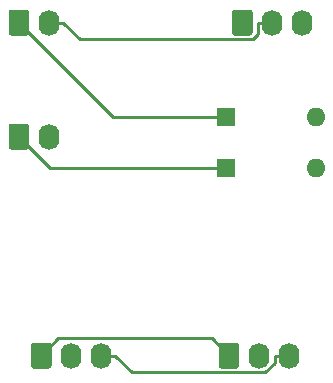
<source format=gbr>
G04 #@! TF.GenerationSoftware,KiCad,Pcbnew,(5.1.5-0-10_14)*
G04 #@! TF.CreationDate,2021-03-15T05:53:21+10:00*
G04 #@! TF.ProjectId,OH - Left Console - 8 - LOX Indicator,4f48202d-204c-4656-9674-20436f6e736f,rev?*
G04 #@! TF.SameCoordinates,Original*
G04 #@! TF.FileFunction,Copper,L1,Top*
G04 #@! TF.FilePolarity,Positive*
%FSLAX46Y46*%
G04 Gerber Fmt 4.6, Leading zero omitted, Abs format (unit mm)*
G04 Created by KiCad (PCBNEW (5.1.5-0-10_14)) date 2021-03-15 05:53:21*
%MOMM*%
%LPD*%
G04 APERTURE LIST*
%ADD10O,1.740000X2.200000*%
%ADD11C,0.100000*%
%ADD12O,1.600000X1.600000*%
%ADD13R,1.600000X1.600000*%
%ADD14C,0.250000*%
G04 APERTURE END LIST*
D10*
X131953000Y-95123000D03*
G04 #@! TA.AperFunction,ComponentPad*
D11*
G36*
X130057505Y-94024204D02*
G01*
X130081773Y-94027804D01*
X130105572Y-94033765D01*
X130128671Y-94042030D01*
X130150850Y-94052520D01*
X130171893Y-94065132D01*
X130191599Y-94079747D01*
X130209777Y-94096223D01*
X130226253Y-94114401D01*
X130240868Y-94134107D01*
X130253480Y-94155150D01*
X130263970Y-94177329D01*
X130272235Y-94200428D01*
X130278196Y-94224227D01*
X130281796Y-94248495D01*
X130283000Y-94272999D01*
X130283000Y-95973001D01*
X130281796Y-95997505D01*
X130278196Y-96021773D01*
X130272235Y-96045572D01*
X130263970Y-96068671D01*
X130253480Y-96090850D01*
X130240868Y-96111893D01*
X130226253Y-96131599D01*
X130209777Y-96149777D01*
X130191599Y-96166253D01*
X130171893Y-96180868D01*
X130150850Y-96193480D01*
X130128671Y-96203970D01*
X130105572Y-96212235D01*
X130081773Y-96218196D01*
X130057505Y-96221796D01*
X130033001Y-96223000D01*
X128792999Y-96223000D01*
X128768495Y-96221796D01*
X128744227Y-96218196D01*
X128720428Y-96212235D01*
X128697329Y-96203970D01*
X128675150Y-96193480D01*
X128654107Y-96180868D01*
X128634401Y-96166253D01*
X128616223Y-96149777D01*
X128599747Y-96131599D01*
X128585132Y-96111893D01*
X128572520Y-96090850D01*
X128562030Y-96068671D01*
X128553765Y-96045572D01*
X128547804Y-96021773D01*
X128544204Y-95997505D01*
X128543000Y-95973001D01*
X128543000Y-94272999D01*
X128544204Y-94248495D01*
X128547804Y-94224227D01*
X128553765Y-94200428D01*
X128562030Y-94177329D01*
X128572520Y-94155150D01*
X128585132Y-94134107D01*
X128599747Y-94114401D01*
X128616223Y-94096223D01*
X128634401Y-94079747D01*
X128654107Y-94065132D01*
X128675150Y-94052520D01*
X128697329Y-94042030D01*
X128720428Y-94033765D01*
X128744227Y-94027804D01*
X128768495Y-94024204D01*
X128792999Y-94023000D01*
X130033001Y-94023000D01*
X130057505Y-94024204D01*
G37*
G04 #@! TD.AperFunction*
D10*
X131953000Y-85471000D03*
G04 #@! TA.AperFunction,ComponentPad*
D11*
G36*
X130057505Y-84372204D02*
G01*
X130081773Y-84375804D01*
X130105572Y-84381765D01*
X130128671Y-84390030D01*
X130150850Y-84400520D01*
X130171893Y-84413132D01*
X130191599Y-84427747D01*
X130209777Y-84444223D01*
X130226253Y-84462401D01*
X130240868Y-84482107D01*
X130253480Y-84503150D01*
X130263970Y-84525329D01*
X130272235Y-84548428D01*
X130278196Y-84572227D01*
X130281796Y-84596495D01*
X130283000Y-84620999D01*
X130283000Y-86321001D01*
X130281796Y-86345505D01*
X130278196Y-86369773D01*
X130272235Y-86393572D01*
X130263970Y-86416671D01*
X130253480Y-86438850D01*
X130240868Y-86459893D01*
X130226253Y-86479599D01*
X130209777Y-86497777D01*
X130191599Y-86514253D01*
X130171893Y-86528868D01*
X130150850Y-86541480D01*
X130128671Y-86551970D01*
X130105572Y-86560235D01*
X130081773Y-86566196D01*
X130057505Y-86569796D01*
X130033001Y-86571000D01*
X128792999Y-86571000D01*
X128768495Y-86569796D01*
X128744227Y-86566196D01*
X128720428Y-86560235D01*
X128697329Y-86551970D01*
X128675150Y-86541480D01*
X128654107Y-86528868D01*
X128634401Y-86514253D01*
X128616223Y-86497777D01*
X128599747Y-86479599D01*
X128585132Y-86459893D01*
X128572520Y-86438850D01*
X128562030Y-86416671D01*
X128553765Y-86393572D01*
X128547804Y-86369773D01*
X128544204Y-86345505D01*
X128543000Y-86321001D01*
X128543000Y-84620999D01*
X128544204Y-84596495D01*
X128547804Y-84572227D01*
X128553765Y-84548428D01*
X128562030Y-84525329D01*
X128572520Y-84503150D01*
X128585132Y-84482107D01*
X128599747Y-84462401D01*
X128616223Y-84444223D01*
X128634401Y-84427747D01*
X128654107Y-84413132D01*
X128675150Y-84400520D01*
X128697329Y-84390030D01*
X128720428Y-84381765D01*
X128744227Y-84375804D01*
X128768495Y-84372204D01*
X128792999Y-84371000D01*
X130033001Y-84371000D01*
X130057505Y-84372204D01*
G37*
G04 #@! TD.AperFunction*
D10*
X152273000Y-113665000D03*
X149733000Y-113665000D03*
G04 #@! TA.AperFunction,ComponentPad*
D11*
G36*
X147837505Y-112566204D02*
G01*
X147861773Y-112569804D01*
X147885572Y-112575765D01*
X147908671Y-112584030D01*
X147930850Y-112594520D01*
X147951893Y-112607132D01*
X147971599Y-112621747D01*
X147989777Y-112638223D01*
X148006253Y-112656401D01*
X148020868Y-112676107D01*
X148033480Y-112697150D01*
X148043970Y-112719329D01*
X148052235Y-112742428D01*
X148058196Y-112766227D01*
X148061796Y-112790495D01*
X148063000Y-112814999D01*
X148063000Y-114515001D01*
X148061796Y-114539505D01*
X148058196Y-114563773D01*
X148052235Y-114587572D01*
X148043970Y-114610671D01*
X148033480Y-114632850D01*
X148020868Y-114653893D01*
X148006253Y-114673599D01*
X147989777Y-114691777D01*
X147971599Y-114708253D01*
X147951893Y-114722868D01*
X147930850Y-114735480D01*
X147908671Y-114745970D01*
X147885572Y-114754235D01*
X147861773Y-114760196D01*
X147837505Y-114763796D01*
X147813001Y-114765000D01*
X146572999Y-114765000D01*
X146548495Y-114763796D01*
X146524227Y-114760196D01*
X146500428Y-114754235D01*
X146477329Y-114745970D01*
X146455150Y-114735480D01*
X146434107Y-114722868D01*
X146414401Y-114708253D01*
X146396223Y-114691777D01*
X146379747Y-114673599D01*
X146365132Y-114653893D01*
X146352520Y-114632850D01*
X146342030Y-114610671D01*
X146333765Y-114587572D01*
X146327804Y-114563773D01*
X146324204Y-114539505D01*
X146323000Y-114515001D01*
X146323000Y-112814999D01*
X146324204Y-112790495D01*
X146327804Y-112766227D01*
X146333765Y-112742428D01*
X146342030Y-112719329D01*
X146352520Y-112697150D01*
X146365132Y-112676107D01*
X146379747Y-112656401D01*
X146396223Y-112638223D01*
X146414401Y-112621747D01*
X146434107Y-112607132D01*
X146455150Y-112594520D01*
X146477329Y-112584030D01*
X146500428Y-112575765D01*
X146524227Y-112569804D01*
X146548495Y-112566204D01*
X146572999Y-112565000D01*
X147813001Y-112565000D01*
X147837505Y-112566204D01*
G37*
G04 #@! TD.AperFunction*
D10*
X136398000Y-113665000D03*
X133858000Y-113665000D03*
G04 #@! TA.AperFunction,ComponentPad*
D11*
G36*
X131962505Y-112566204D02*
G01*
X131986773Y-112569804D01*
X132010572Y-112575765D01*
X132033671Y-112584030D01*
X132055850Y-112594520D01*
X132076893Y-112607132D01*
X132096599Y-112621747D01*
X132114777Y-112638223D01*
X132131253Y-112656401D01*
X132145868Y-112676107D01*
X132158480Y-112697150D01*
X132168970Y-112719329D01*
X132177235Y-112742428D01*
X132183196Y-112766227D01*
X132186796Y-112790495D01*
X132188000Y-112814999D01*
X132188000Y-114515001D01*
X132186796Y-114539505D01*
X132183196Y-114563773D01*
X132177235Y-114587572D01*
X132168970Y-114610671D01*
X132158480Y-114632850D01*
X132145868Y-114653893D01*
X132131253Y-114673599D01*
X132114777Y-114691777D01*
X132096599Y-114708253D01*
X132076893Y-114722868D01*
X132055850Y-114735480D01*
X132033671Y-114745970D01*
X132010572Y-114754235D01*
X131986773Y-114760196D01*
X131962505Y-114763796D01*
X131938001Y-114765000D01*
X130697999Y-114765000D01*
X130673495Y-114763796D01*
X130649227Y-114760196D01*
X130625428Y-114754235D01*
X130602329Y-114745970D01*
X130580150Y-114735480D01*
X130559107Y-114722868D01*
X130539401Y-114708253D01*
X130521223Y-114691777D01*
X130504747Y-114673599D01*
X130490132Y-114653893D01*
X130477520Y-114632850D01*
X130467030Y-114610671D01*
X130458765Y-114587572D01*
X130452804Y-114563773D01*
X130449204Y-114539505D01*
X130448000Y-114515001D01*
X130448000Y-112814999D01*
X130449204Y-112790495D01*
X130452804Y-112766227D01*
X130458765Y-112742428D01*
X130467030Y-112719329D01*
X130477520Y-112697150D01*
X130490132Y-112676107D01*
X130504747Y-112656401D01*
X130521223Y-112638223D01*
X130539401Y-112621747D01*
X130559107Y-112607132D01*
X130580150Y-112594520D01*
X130602329Y-112584030D01*
X130625428Y-112575765D01*
X130649227Y-112569804D01*
X130673495Y-112566204D01*
X130697999Y-112565000D01*
X131938001Y-112565000D01*
X131962505Y-112566204D01*
G37*
G04 #@! TD.AperFunction*
D10*
X153416000Y-85471000D03*
X150876000Y-85471000D03*
G04 #@! TA.AperFunction,ComponentPad*
D11*
G36*
X148980505Y-84372204D02*
G01*
X149004773Y-84375804D01*
X149028572Y-84381765D01*
X149051671Y-84390030D01*
X149073850Y-84400520D01*
X149094893Y-84413132D01*
X149114599Y-84427747D01*
X149132777Y-84444223D01*
X149149253Y-84462401D01*
X149163868Y-84482107D01*
X149176480Y-84503150D01*
X149186970Y-84525329D01*
X149195235Y-84548428D01*
X149201196Y-84572227D01*
X149204796Y-84596495D01*
X149206000Y-84620999D01*
X149206000Y-86321001D01*
X149204796Y-86345505D01*
X149201196Y-86369773D01*
X149195235Y-86393572D01*
X149186970Y-86416671D01*
X149176480Y-86438850D01*
X149163868Y-86459893D01*
X149149253Y-86479599D01*
X149132777Y-86497777D01*
X149114599Y-86514253D01*
X149094893Y-86528868D01*
X149073850Y-86541480D01*
X149051671Y-86551970D01*
X149028572Y-86560235D01*
X149004773Y-86566196D01*
X148980505Y-86569796D01*
X148956001Y-86571000D01*
X147715999Y-86571000D01*
X147691495Y-86569796D01*
X147667227Y-86566196D01*
X147643428Y-86560235D01*
X147620329Y-86551970D01*
X147598150Y-86541480D01*
X147577107Y-86528868D01*
X147557401Y-86514253D01*
X147539223Y-86497777D01*
X147522747Y-86479599D01*
X147508132Y-86459893D01*
X147495520Y-86438850D01*
X147485030Y-86416671D01*
X147476765Y-86393572D01*
X147470804Y-86369773D01*
X147467204Y-86345505D01*
X147466000Y-86321001D01*
X147466000Y-84620999D01*
X147467204Y-84596495D01*
X147470804Y-84572227D01*
X147476765Y-84548428D01*
X147485030Y-84525329D01*
X147495520Y-84503150D01*
X147508132Y-84482107D01*
X147522747Y-84462401D01*
X147539223Y-84444223D01*
X147557401Y-84427747D01*
X147577107Y-84413132D01*
X147598150Y-84400520D01*
X147620329Y-84390030D01*
X147643428Y-84381765D01*
X147667227Y-84375804D01*
X147691495Y-84372204D01*
X147715999Y-84371000D01*
X148956001Y-84371000D01*
X148980505Y-84372204D01*
G37*
G04 #@! TD.AperFunction*
D12*
X154559000Y-97790000D03*
D13*
X146939000Y-97790000D03*
D12*
X154559000Y-93472000D03*
D13*
X146939000Y-93472000D03*
D14*
X146939000Y-93472000D02*
X137414000Y-93472000D01*
X137414000Y-93472000D02*
X129413000Y-85471000D01*
X146939000Y-97790000D02*
X132080000Y-97790000D01*
X132080000Y-97790000D02*
X129413000Y-95123000D01*
X131953000Y-85471000D02*
X133148300Y-85471000D01*
X150876000Y-85471000D02*
X149680700Y-85471000D01*
X149680700Y-85471000D02*
X149680700Y-86442200D01*
X149680700Y-86442200D02*
X149217000Y-86905900D01*
X149217000Y-86905900D02*
X134583200Y-86905900D01*
X134583200Y-86905900D02*
X133148300Y-85471000D01*
X152273000Y-113665000D02*
X151077700Y-113665000D01*
X136398000Y-113665000D02*
X137593300Y-113665000D01*
X137593300Y-113665000D02*
X139021200Y-115092900D01*
X139021200Y-115092900D02*
X150271300Y-115092900D01*
X150271300Y-115092900D02*
X151077700Y-114286500D01*
X151077700Y-114286500D02*
X151077700Y-113665000D01*
X131318000Y-113665000D02*
X132773700Y-112209300D01*
X132773700Y-112209300D02*
X145737300Y-112209300D01*
X145737300Y-112209300D02*
X147193000Y-113665000D01*
M02*

</source>
